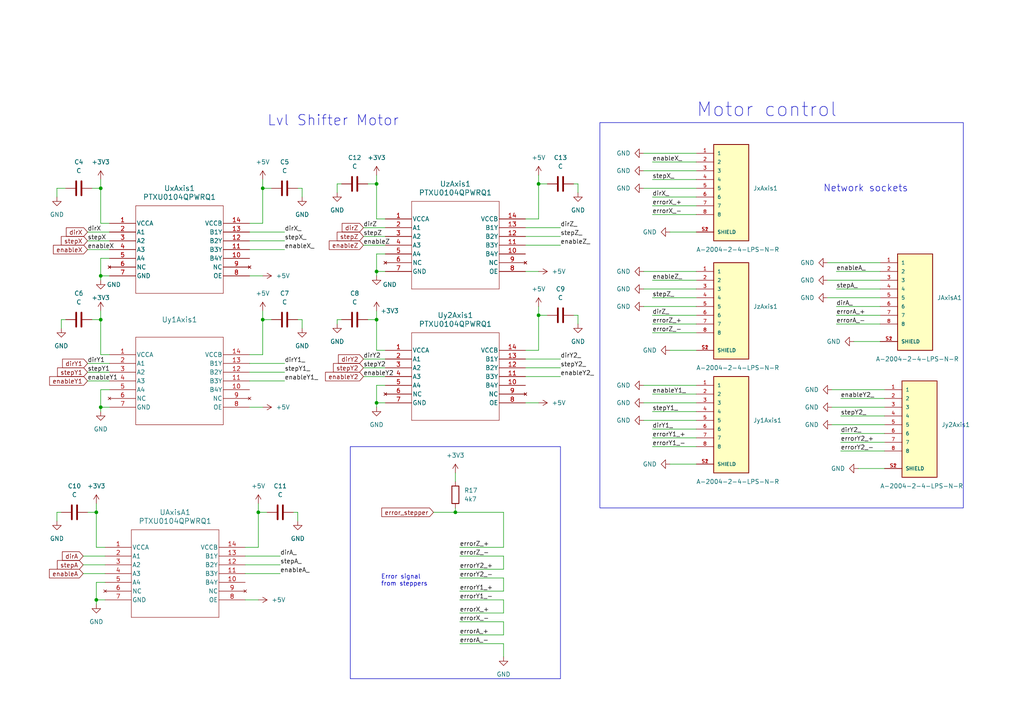
<source format=kicad_sch>
(kicad_sch (version 20230121) (generator eeschema)
  (paper "A4")
  (lib_symbols
    (symbol "2023-10-15_12-21-49:PTXU0104QPWRQ1" (pin_names (offset 0.254))
      (property "Reference" "U" (at 20.32 10.16 0))
      (property "Value" "PTXU0104QPWRQ1" (at 20.32 7.62 0))
      (symbol "PTXU0104QPWRQ1_0_1"
        (polyline (pts (xy 7.62 -20.32) (xy 33.02 -20.32)) (stroke (width 0.127)))
        (polyline (pts (xy 7.62 5.08) (xy 7.62 -20.32)) (stroke (width 0.127)))
        (polyline (pts (xy 33.02 -20.32) (xy 33.02 5.08)) (stroke (width 0.127)))
        (polyline (pts (xy 33.02 5.08) (xy 7.62 5.08)) (stroke (width 0.127)))
        (pin power_in line (at 0 0 0) (length 7.62) (name "VCCA") (number "1"))
        (pin bidirectional line (at 40.64 -10.16 180) (length 7.62) (name "B4Y") (number "10"))
        (pin bidirectional line (at 40.64 -7.62 180) (length 7.62) (name "B3Y") (number "11"))
        (pin bidirectional line (at 40.64 -5.08 180) (length 7.62) (name "B2Y") (number "12"))
        (pin bidirectional line (at 40.64 -2.54 180) (length 7.62) (name "B1Y") (number "13"))
        (pin power_in line (at 40.64 0 180) (length 7.62) (name "VCCB") (number "14"))
        (pin bidirectional line (at 0 -2.54 0) (length 7.62) (name "A1") (number "2"))
        (pin bidirectional line (at 0 -5.08 0) (length 7.62) (name "A2") (number "3"))
        (pin bidirectional line (at 0 -7.62 0) (length 7.62) (name "A3") (number "4"))
        (pin bidirectional line (at 0 -10.16 0) (length 7.62) (name "A4") (number "5"))
        (pin no_connect line (at 0 -12.7 0) (length 7.62) (name "NC") (number "6"))
        (pin power_out line (at 0 -15.24 0) (length 7.62) (name "GND") (number "7"))
        (pin unspecified line (at 40.64 -15.24 180) (length 7.62) (name "OE") (number "8"))
        (pin no_connect line (at 40.64 -12.7 180) (length 7.62) (name "NC") (number "9"))
      )
    )
    (symbol "A-2004-2-4-LPS-N-R:A-2004-2-4-LPS-N-R" (pin_names (offset 1.016))
      (property "Reference" "J" (at -5.08 13.97 0))
      (property "Value" "A-2004-2-4-LPS-N-R" (at -5.08 -16.51 0))
      (symbol "A-2004-2-4-LPS-N-R_0_0"
        (rectangle (start -5.08 -15.24) (end 5.08 12.7) (stroke (width 0.254)) (fill (type background)))
        (pin passive line (at -10.16 10.16 0) (length 5.08) (name "1") (number "1"))
        (pin passive line (at -10.16 7.62 0) (length 5.08) (name "2") (number "2"))
        (pin passive line (at -10.16 5.08 0) (length 5.08) (name "3") (number "3"))
        (pin passive line (at -10.16 2.54 0) (length 5.08) (name "4") (number "4"))
        (pin passive line (at -10.16 0 0) (length 5.08) (name "5") (number "5"))
        (pin passive line (at -10.16 -2.54 0) (length 5.08) (name "6") (number "6"))
        (pin passive line (at -10.16 -5.08 0) (length 5.08) (name "7") (number "7"))
        (pin passive line (at -10.16 -7.62 0) (length 5.08) (name "8") (number "8"))
        (pin passive line (at -10.16 -12.7 0) (length 5.08) (name "SHIELD") (number "S1"))
        (pin passive line (at -10.16 -12.7 0) (length 5.08) (name "SHIELD") (number "S2"))
      )
    )
    (symbol "Device:C" (pin_numbers hide) (pin_names (offset 0.254))
      (property "Reference" "C" (at 0.635 2.54 0))
      (property "Value" "C" (at 0.635 -2.54 0))
      (symbol "C_0_1"
        (polyline (pts (xy -2.032 -0.762) (xy 2.032 -0.762)) (stroke (width 0.508)))
        (polyline (pts (xy -2.032 0.762) (xy 2.032 0.762)) (stroke (width 0.508)))
      )
      (symbol "C_1_1"
        (pin passive line (at 0 3.81 270) (length 2.794) (name "~") (number "1"))
        (pin passive line (at 0 -3.81 90) (length 2.794) (name "~") (number "2"))
      )
    )
    (symbol "Device:R" (pin_numbers hide) (pin_names (offset 0))
      (property "Reference" "R" (at 2.032 0 90))
      (property "Value" "R" (at 0 0 90))
      (symbol "R_0_1"
        (rectangle (start -1.016 -2.54) (end 1.016 2.54) (stroke (width 0.254)))
      )
      (symbol "R_1_1"
        (pin passive line (at 0 3.81 270) (length 1.27) (name "~") (number "1"))
        (pin passive line (at 0 -3.81 90) (length 1.27) (name "~") (number "2"))
      )
    )
    (symbol "power:+3V3" (power) (pin_names (offset 0))
      (property "Value" "+3V3" (at 0 3.556 0))
      (symbol "+3V3_0_1"
        (polyline (pts (xy -0.762 1.27) (xy 0 2.54)))
        (polyline (pts (xy 0 0) (xy 0 2.54)))
        (polyline (pts (xy 0 2.54) (xy 0.762 1.27)))
      )
      (symbol "+3V3_1_1"
        (pin power_in line (at 0 0 90) (length 0) hide (name "+3V3") (number "1"))
      )
    )
    (symbol "power:+5V" (power) (pin_names (offset 0))
      (property "Value" "+5V" (at 0 3.556 0))
      (symbol "+5V_0_1"
        (polyline (pts (xy -0.762 1.27) (xy 0 2.54)))
        (polyline (pts (xy 0 0) (xy 0 2.54)))
        (polyline (pts (xy 0 2.54) (xy 0.762 1.27)))
      )
      (symbol "+5V_1_1"
        (pin power_in line (at 0 0 90) (length 0) hide (name "+5V") (number "1"))
      )
    )
    (symbol "power:GND" (power) (pin_names (offset 0))
      (property "Value" "GND" (at 0 -3.81 0))
      (symbol "GND_0_1"
        (polyline (pts (xy 0 0) (xy 0 -1.27) (xy 1.27 -1.27) (xy 0 -2.54) (xy -1.27 -1.27) (xy 0 -1.27)))
      )
      (symbol "GND_1_1"
        (pin power_in line (at 0 0 270) (length 0) hide (name "GND") (number "1"))
      )
    )
  )
  (junction (at 109.22 92.71))
  (junction (at 29.21 54.61))
  (junction (at 29.21 92.71))
  (junction (at 76.2 92.71))
  (junction (at 27.94 173.99))
  (junction (at 156.21 53.34))
  (junction (at 76.2 54.61))
  (junction (at 109.22 116.84))
  (junction (at 27.94 148.59))
  (junction (at 109.22 53.34))
  (junction (at 156.21 91.44))
  (junction (at 132.08 148.59))
  (junction (at 109.22 78.74))
  (junction (at 29.21 80.01))
  (junction (at 29.21 118.11))
  (junction (at 74.93 148.59))
  (wire (pts (xy 111.76 63.5) (xy 109.22 63.5)))
  (wire (pts (xy 29.21 90.17) (xy 29.21 92.71)))
  (wire (pts (xy 72.39 105.41) (xy 82.55 105.41)))
  (wire (pts (xy 87.63 54.61) (xy 86.36 54.61)))
  (wire (pts (xy 16.51 151.13) (xy 16.51 148.59)))
  (wire (pts (xy 186.69 116.84) (xy 201.93 116.84)))
  (wire (pts (xy 71.12 173.99) (xy 74.93 173.99)))
  (wire (pts (xy 30.48 158.75) (xy 27.94 158.75)))
  (wire (pts (xy 189.23 86.36) (xy 201.93 86.36)))
  (wire (pts (xy 24.13 166.37) (xy 30.48 166.37)))
  (wire (pts (xy 152.4 116.84) (xy 156.21 116.84)))
  (wire (pts (xy 189.23 91.44) (xy 201.93 91.44)))
  (wire (pts (xy 189.23 129.54) (xy 201.93 129.54)))
  (wire (pts (xy 152.4 106.68) (xy 162.56 106.68)))
  (wire (pts (xy 156.21 53.34) (xy 158.75 53.34)))
  (wire (pts (xy 152.4 101.6) (xy 156.21 101.6)))
  (wire (pts (xy 87.63 95.25) (xy 87.63 92.71)))
  (wire (pts (xy 152.4 104.14) (xy 162.56 104.14)))
  (wire (pts (xy 105.41 104.14) (xy 111.76 104.14)))
  (wire (pts (xy 240.03 81.28) (xy 255.27 81.28)))
  (wire (pts (xy 189.23 96.52) (xy 201.93 96.52)))
  (wire (pts (xy 105.41 66.04) (xy 111.76 66.04)))
  (wire (pts (xy 156.21 50.8) (xy 156.21 53.34)))
  (wire (pts (xy 76.2 54.61) (xy 78.74 54.61)))
  (wire (pts (xy 133.35 158.75) (xy 146.05 158.75)))
  (wire (pts (xy 241.3 118.11) (xy 256.54 118.11)))
  (wire (pts (xy 25.4 148.59) (xy 27.94 148.59)))
  (wire (pts (xy 109.22 78.74) (xy 111.76 78.74)))
  (wire (pts (xy 27.94 146.05) (xy 27.94 148.59)))
  (wire (pts (xy 109.22 111.76) (xy 109.22 116.84)))
  (wire (pts (xy 242.57 83.82) (xy 255.27 83.82)))
  (wire (pts (xy 109.22 116.84) (xy 111.76 116.84)))
  (wire (pts (xy 189.23 119.38) (xy 201.93 119.38)))
  (wire (pts (xy 29.21 113.03) (xy 29.21 118.11)))
  (wire (pts (xy 133.35 177.8) (xy 146.05 177.8)))
  (wire (pts (xy 17.78 92.71) (xy 19.05 92.71)))
  (wire (pts (xy 74.93 148.59) (xy 74.93 158.75)))
  (wire (pts (xy 16.51 57.15) (xy 16.51 54.61)))
  (wire (pts (xy 109.22 92.71) (xy 109.22 101.6)))
  (wire (pts (xy 189.23 62.23) (xy 201.93 62.23)))
  (wire (pts (xy 29.21 80.01) (xy 31.75 80.01)))
  (wire (pts (xy 242.57 91.44) (xy 255.27 91.44)))
  (wire (pts (xy 30.48 168.91) (xy 27.94 168.91)))
  (wire (pts (xy 240.03 76.2) (xy 255.27 76.2)))
  (wire (pts (xy 24.13 161.29) (xy 30.48 161.29)))
  (wire (pts (xy 17.78 95.25) (xy 17.78 92.71)))
  (wire (pts (xy 132.08 137.16) (xy 132.08 139.7)))
  (wire (pts (xy 189.23 46.99) (xy 201.93 46.99)))
  (wire (pts (xy 25.4 67.31) (xy 31.75 67.31)))
  (wire (pts (xy 109.22 73.66) (xy 109.22 78.74)))
  (wire (pts (xy 189.23 124.46) (xy 201.93 124.46)))
  (wire (pts (xy 146.05 161.29) (xy 146.05 165.1)))
  (wire (pts (xy 240.03 86.36) (xy 255.27 86.36)))
  (wire (pts (xy 27.94 148.59) (xy 27.94 158.75)))
  (wire (pts (xy 24.13 163.83) (xy 30.48 163.83)))
  (wire (pts (xy 189.23 57.15) (xy 201.93 57.15)))
  (wire (pts (xy 72.39 118.11) (xy 76.2 118.11)))
  (wire (pts (xy 31.75 113.03) (xy 29.21 113.03)))
  (wire (pts (xy 186.69 83.82) (xy 201.93 83.82)))
  (wire (pts (xy 25.4 105.41) (xy 31.75 105.41)))
  (wire (pts (xy 194.31 67.31) (xy 201.93 67.31)))
  (wire (pts (xy 241.3 123.19) (xy 256.54 123.19)))
  (wire (pts (xy 29.21 118.11) (xy 31.75 118.11)))
  (wire (pts (xy 74.93 146.05) (xy 74.93 148.59)))
  (wire (pts (xy 194.31 101.6) (xy 201.93 101.6)))
  (wire (pts (xy 186.69 78.74) (xy 201.93 78.74)))
  (wire (pts (xy 152.4 78.74) (xy 156.21 78.74)))
  (wire (pts (xy 76.2 52.07) (xy 76.2 54.61)))
  (wire (pts (xy 133.35 161.29) (xy 146.05 161.29)))
  (wire (pts (xy 133.35 184.15) (xy 146.05 184.15)))
  (wire (pts (xy 242.57 93.98) (xy 255.27 93.98)))
  (wire (pts (xy 189.23 114.3) (xy 201.93 114.3)))
  (wire (pts (xy 105.41 71.12) (xy 111.76 71.12)))
  (wire (pts (xy 146.05 148.59) (xy 146.05 158.75)))
  (wire (pts (xy 146.05 186.69) (xy 146.05 190.5)))
  (wire (pts (xy 167.64 53.34) (xy 166.37 53.34)))
  (wire (pts (xy 72.39 69.85) (xy 82.55 69.85)))
  (wire (pts (xy 97.79 93.98) (xy 97.79 92.71)))
  (wire (pts (xy 109.22 53.34) (xy 109.22 63.5)))
  (wire (pts (xy 29.21 74.93) (xy 29.21 80.01)))
  (wire (pts (xy 186.69 49.53) (xy 201.93 49.53)))
  (wire (pts (xy 241.3 113.03) (xy 256.54 113.03)))
  (wire (pts (xy 97.79 55.88) (xy 97.79 53.34)))
  (wire (pts (xy 167.64 93.98) (xy 167.64 91.44)))
  (wire (pts (xy 111.76 101.6) (xy 109.22 101.6)))
  (wire (pts (xy 156.21 53.34) (xy 156.21 63.5)))
  (wire (pts (xy 186.69 121.92) (xy 201.93 121.92)))
  (wire (pts (xy 29.21 92.71) (xy 29.21 102.87)))
  (wire (pts (xy 87.63 57.15) (xy 87.63 54.61)))
  (wire (pts (xy 189.23 52.07) (xy 201.93 52.07)))
  (wire (pts (xy 105.41 106.68) (xy 111.76 106.68)))
  (wire (pts (xy 156.21 91.44) (xy 156.21 101.6)))
  (wire (pts (xy 189.23 81.28) (xy 201.93 81.28)))
  (wire (pts (xy 25.4 69.85) (xy 31.75 69.85)))
  (wire (pts (xy 25.4 72.39) (xy 31.75 72.39)))
  (wire (pts (xy 152.4 66.04) (xy 162.56 66.04)))
  (wire (pts (xy 27.94 173.99) (xy 30.48 173.99)))
  (wire (pts (xy 133.35 186.69) (xy 146.05 186.69)))
  (wire (pts (xy 29.21 118.11) (xy 29.21 119.38)))
  (wire (pts (xy 86.36 151.13) (xy 86.36 148.59)))
  (wire (pts (xy 156.21 88.9) (xy 156.21 91.44)))
  (wire (pts (xy 133.35 167.64) (xy 146.05 167.64)))
  (wire (pts (xy 106.68 92.71) (xy 109.22 92.71)))
  (wire (pts (xy 109.22 90.17) (xy 109.22 92.71)))
  (wire (pts (xy 109.22 78.74) (xy 109.22 80.01)))
  (wire (pts (xy 247.65 99.06) (xy 255.27 99.06)))
  (wire (pts (xy 72.39 64.77) (xy 76.2 64.77)))
  (wire (pts (xy 248.92 135.89) (xy 256.54 135.89)))
  (wire (pts (xy 243.84 115.57) (xy 256.54 115.57)))
  (wire (pts (xy 105.41 109.22) (xy 111.76 109.22)))
  (wire (pts (xy 72.39 110.49) (xy 82.55 110.49)))
  (wire (pts (xy 133.35 171.45) (xy 146.05 171.45)))
  (wire (pts (xy 106.68 53.34) (xy 109.22 53.34)))
  (wire (pts (xy 243.84 128.27) (xy 256.54 128.27)))
  (wire (pts (xy 72.39 72.39) (xy 82.55 72.39)))
  (wire (pts (xy 76.2 92.71) (xy 76.2 102.87)))
  (wire (pts (xy 132.08 148.59) (xy 146.05 148.59)))
  (wire (pts (xy 74.93 148.59) (xy 77.47 148.59)))
  (wire (pts (xy 111.76 73.66) (xy 109.22 73.66)))
  (wire (pts (xy 194.31 134.62) (xy 201.93 134.62)))
  (wire (pts (xy 29.21 54.61) (xy 29.21 64.77)))
  (wire (pts (xy 16.51 54.61) (xy 19.05 54.61)))
  (wire (pts (xy 186.69 44.45) (xy 201.93 44.45)))
  (wire (pts (xy 189.23 93.98) (xy 201.93 93.98)))
  (wire (pts (xy 133.35 180.34) (xy 146.05 180.34)))
  (wire (pts (xy 243.84 125.73) (xy 256.54 125.73)))
  (wire (pts (xy 72.39 80.01) (xy 76.2 80.01)))
  (wire (pts (xy 97.79 92.71) (xy 99.06 92.71)))
  (wire (pts (xy 27.94 168.91) (xy 27.94 173.99)))
  (wire (pts (xy 76.2 92.71) (xy 78.74 92.71)))
  (wire (pts (xy 186.69 111.76) (xy 201.93 111.76)))
  (wire (pts (xy 189.23 59.69) (xy 201.93 59.69)))
  (wire (pts (xy 72.39 67.31) (xy 82.55 67.31)))
  (wire (pts (xy 26.67 92.71) (xy 29.21 92.71)))
  (wire (pts (xy 105.41 68.58) (xy 111.76 68.58)))
  (wire (pts (xy 146.05 180.34) (xy 146.05 184.15)))
  (wire (pts (xy 189.23 127) (xy 201.93 127)))
  (wire (pts (xy 86.36 148.59) (xy 85.09 148.59)))
  (wire (pts (xy 156.21 91.44) (xy 158.75 91.44)))
  (wire (pts (xy 72.39 107.95) (xy 82.55 107.95)))
  (wire (pts (xy 31.75 64.77) (xy 29.21 64.77)))
  (wire (pts (xy 109.22 116.84) (xy 109.22 118.11)))
  (wire (pts (xy 29.21 52.07) (xy 29.21 54.61)))
  (wire (pts (xy 111.76 111.76) (xy 109.22 111.76)))
  (wire (pts (xy 152.4 71.12) (xy 162.56 71.12)))
  (wire (pts (xy 16.51 148.59) (xy 17.78 148.59)))
  (wire (pts (xy 242.57 78.74) (xy 255.27 78.74)))
  (wire (pts (xy 133.35 173.99) (xy 146.05 173.99)))
  (wire (pts (xy 133.35 165.1) (xy 146.05 165.1)))
  (wire (pts (xy 87.63 92.71) (xy 86.36 92.71)))
  (wire (pts (xy 146.05 173.99) (xy 146.05 177.8)))
  (wire (pts (xy 76.2 90.17) (xy 76.2 92.71)))
  (wire (pts (xy 152.4 63.5) (xy 156.21 63.5)))
  (wire (pts (xy 71.12 158.75) (xy 74.93 158.75)))
  (wire (pts (xy 125.73 148.59) (xy 132.08 148.59)))
  (wire (pts (xy 71.12 161.29) (xy 81.28 161.29)))
  (wire (pts (xy 31.75 102.87) (xy 29.21 102.87)))
  (wire (pts (xy 242.57 88.9) (xy 255.27 88.9)))
  (wire (pts (xy 152.4 68.58) (xy 162.56 68.58)))
  (wire (pts (xy 29.21 80.01) (xy 29.21 81.28)))
  (wire (pts (xy 243.84 130.81) (xy 256.54 130.81)))
  (wire (pts (xy 26.67 54.61) (xy 29.21 54.61)))
  (wire (pts (xy 167.64 91.44) (xy 166.37 91.44)))
  (wire (pts (xy 25.4 107.95) (xy 31.75 107.95)))
  (wire (pts (xy 71.12 163.83) (xy 81.28 163.83)))
  (wire (pts (xy 109.22 50.8) (xy 109.22 53.34)))
  (wire (pts (xy 97.79 53.34) (xy 99.06 53.34)))
  (wire (pts (xy 243.84 120.65) (xy 256.54 120.65)))
  (wire (pts (xy 31.75 74.93) (xy 29.21 74.93)))
  (wire (pts (xy 72.39 102.87) (xy 76.2 102.87)))
  (wire (pts (xy 146.05 167.64) (xy 146.05 171.45)))
  (wire (pts (xy 25.4 110.49) (xy 31.75 110.49)))
  (wire (pts (xy 186.69 54.61) (xy 201.93 54.61)))
  (wire (pts (xy 71.12 166.37) (xy 81.28 166.37)))
  (wire (pts (xy 186.69 88.9) (xy 201.93 88.9)))
  (wire (pts (xy 132.08 147.32) (xy 132.08 148.59)))
  (wire (pts (xy 167.64 55.88) (xy 167.64 53.34)))
  (wire (pts (xy 76.2 54.61) (xy 76.2 64.77)))
  (wire (pts (xy 27.94 173.99) (xy 27.94 175.26)))
  (wire (pts (xy 152.4 109.22) (xy 162.56 109.22)))
  (rectangle (start 101.6 129.54) (end 162.56 196.85))
  (rectangle (start 173.99 35.56) (end 279.4 147.32))
  (text "Network sockets" (at 238.76 55.88 0) (effects (font (size 2 2)) (justify left bottom)))
  (text "Error signal \nfrom steppers" (at 110.49 170.18 0) (effects (font (size 1.27 1.27)) (justify left bottom)))
  (text "Lvl Shifter Motor" (at 77.47 36.83 0) (effects (font (size 3 3)) (justify left bottom)))
  (text "Motor control" (at 201.93 34.29 0) (effects (font (size 4 4)) (justify left bottom)))
  (label "errorA_-" (at 242.57 93.98 0))
  (label "dirA_" (at 81.28 161.29 0))
  (label "stepY2_" (at 243.84 120.65 0))
  (label "dirX_" (at 189.23 57.15 0))
  (label "errorX_+" (at 189.23 59.69 0))
  (label "stepY1_" (at 189.23 119.38 0))
  (label "enableY1_" (at 82.55 110.49 0))
  (label "errorX_+" (at 133.35 177.8 0))
  (label "errorX_-" (at 189.23 62.23 0))
  (label "errorA_-" (at 133.35 186.69 0))
  (label "enableX_" (at 82.55 72.39 0))
  (label "stepY2" (at 105.41 106.68 0))
  (label "enableA_" (at 81.28 166.37 0))
  (label "errorZ_-" (at 189.23 96.52 0))
  (label "errorY2_+" (at 133.35 165.1 0))
  (label "enableX" (at 25.4 72.39 0))
  (label "enableX_" (at 189.23 46.99 0))
  (label "errorZ_-" (at 133.35 161.29 0))
  (label "errorX_-" (at 133.35 180.34 0))
  (label "enableA_" (at 242.57 78.74 0))
  (label "stepY1" (at 25.4 107.95 0))
  (label "dirY1_" (at 82.55 105.41 0))
  (label "enableZ_" (at 162.56 71.12 0))
  (label "errorZ_+" (at 189.23 93.98 0))
  (label "errorA_+" (at 133.35 184.15 0))
  (label "enableY2" (at 105.41 109.22 0))
  (label "dirY1" (at 25.4 105.41 0))
  (label "enableY2_" (at 162.56 109.22 0))
  (label "errorY2_-" (at 133.35 167.64 0))
  (label "errorZ_+" (at 133.35 158.75 0))
  (label "stepZ" (at 105.41 68.58 0))
  (label "dirX" (at 25.4 67.31 0))
  (label "errorY1_+" (at 133.35 171.45 0))
  (label "enableY1" (at 25.4 110.49 0))
  (label "dirZ_" (at 162.56 66.04 0))
  (label "enableZ" (at 105.41 71.12 0))
  (label "enableY1_" (at 189.23 114.3 0))
  (label "dirZ" (at 105.41 66.04 0))
  (label "dirY1_" (at 189.23 124.46 0))
  (label "dirA_" (at 242.57 88.9 0))
  (label "dirY2_" (at 243.84 125.73 0))
  (label "stepX_" (at 82.55 69.85 0))
  (label "stepA_" (at 81.28 163.83 0))
  (label "stepX" (at 25.4 69.85 0))
  (label "dirY2" (at 105.41 104.14 0))
  (label "errorY1_-" (at 133.35 173.99 0))
  (label "enableY2_" (at 243.84 115.57 0))
  (label "stepZ_" (at 189.23 86.36 0))
  (label "stepY2_" (at 162.56 106.68 0))
  (label "stepY1_" (at 82.55 107.95 0))
  (label "enableZ_" (at 189.23 81.28 0))
  (label "dirZ_" (at 189.23 91.44 0))
  (label "stepX_" (at 189.23 52.07 0))
  (label "stepZ_" (at 162.56 68.58 0))
  (label "errorY1_-" (at 189.23 129.54 0))
  (label "errorY1_+" (at 189.23 127 0))
  (label "dirX_" (at 82.55 67.31 0))
  (label "errorY2_-" (at 243.84 130.81 0))
  (label "stepA_" (at 242.57 83.82 0))
  (label "dirY2_" (at 162.56 104.14 0))
  (label "errorA_+" (at 242.57 91.44 0))
  (label "errorY2_+" (at 243.84 128.27 0))
  (global_label "enableX" (shape input) (at 25.4 72.39 180) (property "Intersheetrefs" "${INTERSHEET_REFS}" (effects hide)))
  (global_label "error_stepper" (shape input) (at 125.73 148.59 180) (property "Intersheetrefs" "${INTERSHEET_REFS}" (effects hide)))
  (global_label "stepZ" (shape input) (at 105.41 68.58 180) (property "Intersheetrefs" "${INTERSHEET_REFS}" (effects hide)))
  (global_label "dirY1" (shape input) (at 25.4 105.41 180) (property "Intersheetrefs" "${INTERSHEET_REFS}" (effects hide)))
  (global_label "stepA" (shape input) (at 24.13 163.83 180) (property "Intersheetrefs" "${INTERSHEET_REFS}" (effects hide)))
  (global_label "dirA" (shape input) (at 24.13 161.29 180) (property "Intersheetrefs" "${INTERSHEET_REFS}" (effects hide)))
  (global_label "stepY1" (shape input) (at 25.4 107.95 180) (property "Intersheetrefs" "${INTERSHEET_REFS}" (effects hide)))
  (global_label "enableA" (shape input) (at 24.13 166.37 180) (property "Intersheetrefs" "${INTERSHEET_REFS}" (effects hide)))
  (global_label "stepY2" (shape input) (at 105.41 106.68 180) (property "Intersheetrefs" "${INTERSHEET_REFS}" (effects hide)))
  (global_label "stepX" (shape input) (at 25.4 69.85 180) (property "Intersheetrefs" "${INTERSHEET_REFS}" (effects hide)))
  (global_label "enableY1" (shape input) (at 25.4 110.49 180) (property "Intersheetrefs" "${INTERSHEET_REFS}" (effects hide)))
  (global_label "dirY2" (shape input) (at 105.41 104.14 180) (property "Intersheetrefs" "${INTERSHEET_REFS}" (effects hide)))
  (global_label "dirX" (shape input) (at 25.4 67.31 180) (property "Intersheetrefs" "${INTERSHEET_REFS}" (effects hide)))
  (global_label "enableY2" (shape input) (at 105.41 109.22 180) (property "Intersheetrefs" "${INTERSHEET_REFS}" (effects hide)))
  (global_label "dirZ" (shape input) (at 105.41 66.04 180) (property "Intersheetrefs" "${INTERSHEET_REFS}" (effects hide)))
  (global_label "enableZ" (shape input) (at 105.41 71.12 180) (property "Intersheetrefs" "${INTERSHEET_REFS}" (effects hide)))
  (symbol (lib_id "power:GND") (at 247.65 99.06 270) (unit 1)
    (property "Reference" "#PWR0136" (effects hide))
    (property "Value" "GND" (at 243.84 99.06 90) (effects (justify right)))
  )
  (symbol (lib_id "power:GND") (at 86.36 151.13 0) (unit 1)
    (property "Reference" "#PWR098" (effects hide))
    (property "Value" "GND" (at 86.36 156.21 0))
  )
  (symbol (lib_id "power:GND") (at 186.69 121.92 270) (unit 1)
    (property "Reference" "#PWR018" (effects hide))
    (property "Value" "GND" (at 182.88 121.92 90) (effects (justify right)))
  )
  (symbol (lib_id "power:+5V") (at 156.21 50.8 0) (unit 1)
    (property "Reference" "#PWR099" (effects hide))
    (property "Value" "+5V" (at 156.21 45.72 0))
  )
  (symbol (lib_id "power:+3V3") (at 27.94 146.05 0) (unit 1)
    (property "Reference" "#PWR096" (effects hide))
    (property "Value" "+3V3" (at 27.94 140.97 0))
  )
  (symbol (lib_id "power:GND") (at 186.69 83.82 270) (unit 1)
    (property "Reference" "#PWR014" (effects hide))
    (property "Value" "GND" (at 182.88 83.82 90) (effects (justify right)))
  )
  (symbol (lib_id "Device:C") (at 102.87 53.34 270) (unit 1)
    (property "Reference" "C12" (at 102.87 45.72 90))
    (property "Value" "C" (at 102.87 48.26 90))
    (property "Footprint" "Capacitor_SMD:C_0603_1608Metric_Pad1.08x0.95mm_HandSolder" (effects hide))
  )
  (symbol (lib_id "power:GND") (at 240.03 76.2 270) (unit 1)
    (property "Reference" "#PWR073" (effects hide))
    (property "Value" "GND" (at 236.22 76.2 90) (effects (justify right)))
  )
  (symbol (lib_id "power:+3V3") (at 29.21 52.07 0) (unit 1)
    (property "Reference" "#PWR023" (effects hide))
    (property "Value" "+3V3" (at 29.21 46.99 0))
  )
  (symbol (lib_id "power:GND") (at 240.03 81.28 270) (unit 1)
    (property "Reference" "#PWR074" (effects hide))
    (property "Value" "GND" (at 236.22 81.28 90) (effects (justify right)))
  )
  (symbol (lib_id "power:GND") (at 29.21 81.28 0) (unit 1)
    (property "Reference" "#PWR022" (effects hide))
    (property "Value" "GND" (at 33.02 82.55 0))
  )
  (symbol (lib_id "power:+3V3") (at 132.08 137.16 0) (unit 1)
    (property "Reference" "#PWR094" (effects hide))
    (property "Value" "+3V3" (at 132.08 132.08 0))
  )
  (symbol (lib_id "power:GND") (at 87.63 95.25 0) (unit 1)
    (property "Reference" "#PWR071" (effects hide))
    (property "Value" "GND" (at 87.63 100.33 0))
  )
  (symbol (lib_id "power:GND") (at 186.69 78.74 270) (unit 1)
    (property "Reference" "#PWR013" (effects hide))
    (property "Value" "GND" (at 182.88 78.74 90) (effects (justify right)))
  )
  (symbol (lib_id "power:+5V") (at 74.93 173.99 270) (unit 1)
    (property "Reference" "#PWR072" (effects hide))
    (property "Value" "+5V" (at 78.74 173.99 90) (effects (justify left)))
  )
  (symbol (lib_id "power:GND") (at 186.69 88.9 270) (unit 1)
    (property "Reference" "#PWR015" (effects hide))
    (property "Value" "GND" (at 182.88 88.9 90) (effects (justify right)))
  )
  (symbol (lib_id "power:GND") (at 109.22 118.11 0) (unit 1)
    (property "Reference" "#PWR035" (effects hide))
    (property "Value" "GND" (at 109.22 123.19 0))
  )
  (symbol (lib_id "power:GND") (at 194.31 134.62 270) (unit 1)
    (property "Reference" "#PWR0134" (effects hide))
    (property "Value" "GND" (at 190.5 134.62 90) (effects (justify right)))
  )
  (symbol (lib_id "power:GND") (at 16.51 57.15 0) (unit 1)
    (property "Reference" "#PWR032" (effects hide))
    (property "Value" "GND" (at 16.51 62.23 0))
  )
  (symbol (lib_id "power:GND") (at 87.63 57.15 0) (unit 1)
    (property "Reference" "#PWR030" (effects hide))
    (property "Value" "GND" (at 87.63 62.23 0))
  )
  (symbol (lib_id "A-2004-2-4-LPS-N-R:A-2004-2-4-LPS-N-R") (at 266.7 123.19 0) (unit 1)
    (property "Reference" "Jy2Axis1" (at 273.05 123.19 0) (effects (justify left)))
    (property "Value" "A-2004-2-4-LPS-N-R" (at 255.27 140.97 0) (effects (justify left)))
    (property "Footprint" "A-2004-2-4-LPS-N-R_kicad:ASSMANN_A-2004-2-4-LPS-N-R" (effects hide))
    (property "MF" "Assmann WSW" (effects hide))
    (property "MAXIMUM_PACKAGE_HEIGHT" "13.4mm" (effects hide))
    (property "Package" "None" (effects hide))
    (property "Price" "None" (effects hide))
    (property "Check_prices" "https://www.snapeda.com/parts/A-2004-2-4-LPS-N-R/Assmann+WSW+Components/view-part/?ref=eda" (effects hide))
    (property "STANDARD" "Manufacturer recommendations" (effects hide))
    (property "PARTREV" "00" (effects hide))
    (property "SnapEDA_Link" "https://www.snapeda.com/parts/A-2004-2-4-LPS-N-R/Assmann+WSW+Components/view-part/?ref=snap" (effects hide))
    (property "MP" "A-2004-2-4-LPS-N-R" (effects hide))
    (property "Purchase-URL" "https://www.snapeda.com/api/url_track_click_mouser/?unipart_id=454861&manufacturer=Assmann WSW&part_name=A-2004-2-4-LPS-N-R&search_term=a-2004-2-4-lps-n-r network" (effects hide))
    (property "Description" "\nJack Modular Connector 8p8c (RJ45, Ethernet) 90° Angle (Right) Shielded -\n" (effects hide))
    (property "Availability" "In Stock" (effects hide))
    (property "MANUFACTURER" "Assmann WSW Components" (effects hide))
  )
  (symbol (lib_id "Device:C") (at 162.56 53.34 90) (unit 1)
    (property "Reference" "C13" (at 162.56 45.72 90))
    (property "Value" "C" (at 162.56 48.26 90))
    (property "Footprint" "Capacitor_SMD:C_0603_1608Metric_Pad1.08x0.95mm_HandSolder" (effects hide))
  )
  (symbol (lib_id "power:GND") (at 241.3 123.19 270) (unit 1)
    (property "Reference" "#PWR021" (effects hide))
    (property "Value" "GND" (at 237.49 123.19 90) (effects (justify right)))
  )
  (symbol (lib_id "2023-10-15_12-21-49:PTXU0104QPWRQ1") (at 31.75 102.87 0) (unit 1)
    (property "Reference" "Uy1Axis1" (at 52.07 92.71 0) (effects (font (size 1.524 1.524))))
    (property "Value" "PTXU0104QPWRQ1" (effects hide))
    (property "Footprint" "footprints:TSSOP_QPWRQ1_TEX" (effects hide))
    (property "Datasheet" "PTXU0104QPWRQ1" (effects hide))
  )
  (symbol (lib_id "power:GND") (at 240.03 86.36 270) (unit 1)
    (property "Reference" "#PWR075" (effects hide))
    (property "Value" "GND" (at 236.22 86.36 90) (effects (justify right)))
  )
  (symbol (lib_id "power:+5V") (at 156.21 116.84 270) (unit 1)
    (property "Reference" "#PWR037" (effects hide))
    (property "Value" "+5V" (at 160.02 116.84 90) (effects (justify left)))
  )
  (symbol (lib_id "power:GND") (at 109.22 80.01 0) (unit 1)
    (property "Reference" "#PWR027" (effects hide))
    (property "Value" "GND" (at 113.03 82.55 0))
  )
  (symbol (lib_id "2023-10-15_12-21-49:PTXU0104QPWRQ1") (at 30.48 158.75 0) (unit 1)
    (property "Reference" "UAxisA1" (at 50.8 148.59 0) (effects (font (size 1.524 1.524))))
    (property "Value" "PTXU0104QPWRQ1" (at 50.8 151.13 0) (effects (font (size 1.524 1.524))))
    (property "Footprint" "footprints:TSSOP_QPWRQ1_TEX" (effects hide))
    (property "Datasheet" "PTXU0104QPWRQ1" (effects hide))
  )
  (symbol (lib_id "power:GND") (at 17.78 95.25 0) (unit 1)
    (property "Reference" "#PWR034" (effects hide))
    (property "Value" "GND" (at 17.78 100.33 0))
  )
  (symbol (lib_id "power:+5V") (at 76.2 52.07 0) (unit 1)
    (property "Reference" "#PWR024" (effects hide))
    (property "Value" "+5V" (at 76.2 46.99 0))
  )
  (symbol (lib_id "power:GND") (at 27.94 175.26 0) (unit 1)
    (property "Reference" "#PWR070" (effects hide))
    (property "Value" "GND" (at 27.94 180.34 0))
  )
  (symbol (lib_id "2023-10-15_12-21-49:PTXU0104QPWRQ1") (at 111.76 101.6 0) (unit 1)
    (property "Reference" "Uy2Axis1" (at 132.08 91.44 0) (effects (font (size 1.524 1.524))))
    (property "Value" "PTXU0104QPWRQ1" (at 132.08 93.98 0) (effects (font (size 1.524 1.524))))
    (property "Footprint" "footprints:TSSOP_QPWRQ1_TEX" (effects hide))
    (property "Datasheet" "PTXU0104QPWRQ1" (effects hide))
  )
  (symbol (lib_id "power:GND") (at 29.21 119.38 0) (unit 1)
    (property "Reference" "#PWR031" (effects hide))
    (property "Value" "GND" (at 29.21 124.46 0))
  )
  (symbol (lib_id "power:+3V3") (at 109.22 50.8 0) (unit 1)
    (property "Reference" "#PWR028" (effects hide))
    (property "Value" "+3V3" (at 109.22 45.72 0))
  )
  (symbol (lib_id "Device:C") (at 82.55 92.71 90) (unit 1)
    (property "Reference" "C7" (at 82.55 85.09 90))
    (property "Value" "C" (at 82.55 87.63 90))
    (property "Footprint" "Capacitor_SMD:C_0603_1608Metric_Pad1.08x0.95mm_HandSolder" (effects hide))
  )
  (symbol (lib_id "Device:C") (at 81.28 148.59 90) (unit 1)
    (property "Reference" "C11" (at 81.28 140.97 90))
    (property "Value" "C" (at 81.28 143.51 90))
    (property "Footprint" "Capacitor_SMD:C_0603_1608Metric_Pad1.08x0.95mm_HandSolder" (effects hide))
  )
  (symbol (lib_id "power:GND") (at 186.69 116.84 270) (unit 1)
    (property "Reference" "#PWR017" (effects hide))
    (property "Value" "GND" (at 182.88 116.84 90) (effects (justify right)))
  )
  (symbol (lib_id "Device:C") (at 102.87 92.71 270) (unit 1)
    (property "Reference" "C8" (at 102.87 85.09 90))
    (property "Value" "C" (at 102.87 87.63 90))
    (property "Footprint" "Capacitor_SMD:C_0603_1608Metric_Pad1.08x0.95mm_HandSolder" (effects hide))
  )
  (symbol (lib_id "power:+5V") (at 156.21 78.74 270) (unit 1)
    (property "Reference" "#PWR029" (effects hide))
    (property "Value" "+5V" (at 160.02 78.74 90) (effects (justify left)))
  )
  (symbol (lib_id "Device:R") (at 132.08 143.51 0) (unit 1)
    (property "Reference" "R17" (at 134.62 142.24 0) (effects (justify left)))
    (property "Value" "4k7" (at 134.62 144.78 0) (effects (justify left)))
    (property "Footprint" "Resistor_SMD:R_0603_1608Metric_Pad0.98x0.95mm_HandSolder" (effects hide))
  )
  (symbol (lib_id "power:+5V") (at 74.93 146.05 0) (unit 1)
    (property "Reference" "#PWR097" (effects hide))
    (property "Value" "+5V" (at 74.93 140.97 0))
  )
  (symbol (lib_id "2023-10-15_12-21-49:PTXU0104QPWRQ1") (at 31.75 64.77 0) (unit 1)
    (property "Reference" "UxAxis1" (at 52.07 54.61 0) (effects (font (size 1.524 1.524))))
    (property "Value" "PTXU0104QPWRQ1" (at 52.07 57.15 0) (effects (font (size 1.524 1.524))))
    (property "Footprint" "footprints:TSSOP_QPWRQ1_TEX" (effects hide))
    (property "Datasheet" "PTXU0104QPWRQ1" (effects hide))
  )
  (symbol (lib_id "power:+5V") (at 76.2 90.17 0) (unit 1)
    (property "Reference" "#PWR069" (effects hide))
    (property "Value" "+5V" (at 76.2 85.09 0))
  )
  (symbol (lib_id "A-2004-2-4-LPS-N-R:A-2004-2-4-LPS-N-R") (at 212.09 121.92 0) (unit 1)
    (property "Reference" "Jy1Axis1" (at 218.44 121.92 0) (effects (justify left)))
    (property "Value" "A-2004-2-4-LPS-N-R" (at 201.93 139.7 0) (effects (justify left)))
    (property "Footprint" "A-2004-2-4-LPS-N-R_kicad:ASSMANN_A-2004-2-4-LPS-N-R" (effects hide))
    (property "MF" "Assmann WSW" (effects hide))
    (property "MAXIMUM_PACKAGE_HEIGHT" "13.4mm" (effects hide))
    (property "Package" "None" (effects hide))
    (property "Price" "None" (effects hide))
    (property "Check_prices" "https://www.snapeda.com/parts/A-2004-2-4-LPS-N-R/Assmann+WSW+Components/view-part/?ref=eda" (effects hide))
    (property "STANDARD" "Manufacturer recommendations" (effects hide))
    (property "PARTREV" "00" (effects hide))
    (property "SnapEDA_Link" "https://www.snapeda.com/parts/A-2004-2-4-LPS-N-R/Assmann+WSW+Components/view-part/?ref=snap" (effects hide))
    (property "MP" "A-2004-2-4-LPS-N-R" (effects hide))
    (property "Purchase-URL" "https://www.snapeda.com/api/url_track_click_mouser/?unipart_id=454861&manufacturer=Assmann WSW&part_name=A-2004-2-4-LPS-N-R&search_term=a-2004-2-4-lps-n-r network" (effects hide))
    (property "Description" "\nJack Modular Connector 8p8c (RJ45, Ethernet) 90° Angle (Right) Shielded -\n" (effects hide))
    (property "Availability" "In Stock" (effects hide))
    (property "MANUFACTURER" "Assmann WSW Components" (effects hide))
  )
  (symbol (lib_id "power:GND") (at 186.69 111.76 270) (unit 1)
    (property "Reference" "#PWR016" (effects hide))
    (property "Value" "GND" (at 182.88 111.76 90) (effects (justify right)))
  )
  (symbol (lib_id "power:GND") (at 241.3 118.11 270) (unit 1)
    (property "Reference" "#PWR020" (effects hide))
    (property "Value" "GND" (at 237.49 118.11 90) (effects (justify right)))
  )
  (symbol (lib_id "power:GND") (at 194.31 67.31 270) (unit 1)
    (property "Reference" "#PWR0132" (effects hide))
    (property "Value" "GND" (at 190.5 67.31 90) (effects (justify right)))
  )
  (symbol (lib_id "power:GND") (at 97.79 55.88 0) (unit 1)
    (property "Reference" "#PWR026" (effects hide))
    (property "Value" "GND" (at 97.79 60.96 0))
  )
  (symbol (lib_id "power:GND") (at 186.69 54.61 270) (unit 1)
    (property "Reference" "#PWR011" (effects hide))
    (property "Value" "GND" (at 182.88 54.61 90) (effects (justify right)))
  )
  (symbol (lib_id "A-2004-2-4-LPS-N-R:A-2004-2-4-LPS-N-R") (at 212.09 88.9 0) (unit 1)
    (property "Reference" "JzAxis1" (at 218.44 88.9 0) (effects (justify left)))
    (property "Value" "A-2004-2-4-LPS-N-R" (at 201.93 106.68 0) (effects (justify left)))
    (property "Footprint" "A-2004-2-4-LPS-N-R_kicad:ASSMANN_A-2004-2-4-LPS-N-R" (effects hide))
    (property "MF" "Assmann WSW" (effects hide))
    (property "MAXIMUM_PACKAGE_HEIGHT" "13.4mm" (effects hide))
    (property "Package" "None" (effects hide))
    (property "Price" "None" (effects hide))
    (property "Check_prices" "https://www.snapeda.com/parts/A-2004-2-4-LPS-N-R/Assmann+WSW+Components/view-part/?ref=eda" (effects hide))
    (property "STANDARD" "Manufacturer recommendations" (effects hide))
    (property "PARTREV" "00" (effects hide))
    (property "SnapEDA_Link" "https://www.snapeda.com/parts/A-2004-2-4-LPS-N-R/Assmann+WSW+Components/view-part/?ref=snap" (effects hide))
    (property "MP" "A-2004-2-4-LPS-N-R" (effects hide))
    (property "Purchase-URL" "https://www.snapeda.com/api/url_track_click_mouser/?unipart_id=454861&manufacturer=Assmann WSW&part_name=A-2004-2-4-LPS-N-R&search_term=a-2004-2-4-lps-n-r network" (effects hide))
    (property "Description" "\nJack Modular Connector 8p8c (RJ45, Ethernet) 90° Angle (Right) Shielded -\n" (effects hide))
    (property "Availability" "In Stock" (effects hide))
    (property "MANUFACTURER" "Assmann WSW Components" (effects hide))
  )
  (symbol (lib_id "Device:C") (at 21.59 148.59 270) (unit 1)
    (property "Reference" "C10" (at 21.59 140.97 90))
    (property "Value" "C" (at 21.59 143.51 90))
    (property "Footprint" "Capacitor_SMD:C_0603_1608Metric_Pad1.08x0.95mm_HandSolder" (effects hide))
  )
  (symbol (lib_id "Device:C") (at 82.55 54.61 90) (unit 1)
    (property "Reference" "C5" (at 82.55 46.99 90))
    (property "Value" "C" (at 82.55 49.53 90))
    (property "Footprint" "Capacitor_SMD:C_0603_1608Metric_Pad1.08x0.95mm_HandSolder" (effects hide))
  )
  (symbol (lib_id "power:GND") (at 248.92 135.89 270) (unit 1)
    (property "Reference" "#PWR0135" (effects hide))
    (property "Value" "GND" (at 245.11 135.89 90) (effects (justify right)))
  )
  (symbol (lib_id "Device:C") (at 22.86 92.71 270) (unit 1)
    (property "Reference" "C6" (at 22.86 85.09 90))
    (property "Value" "C" (at 22.86 87.63 90))
    (property "Footprint" "Capacitor_SMD:C_0603_1608Metric_Pad1.08x0.95mm_HandSolder" (effects hide))
  )
  (symbol (lib_id "power:GND") (at 146.05 190.5 0) (unit 1)
    (property "Reference" "#PWR089" (effects hide))
    (property "Value" "GND" (at 146.05 195.58 0))
  )
  (symbol (lib_id "Device:C") (at 22.86 54.61 270) (unit 1)
    (property "Reference" "C4" (at 22.86 46.99 90))
    (property "Value" "C" (at 22.86 49.53 90))
    (property "Footprint" "Capacitor_SMD:C_0603_1608Metric_Pad1.08x0.95mm_HandSolder" (effects hide))
  )
  (symbol (lib_id "power:+3V3") (at 29.21 90.17 0) (unit 1)
    (property "Reference" "#PWR036" (effects hide))
    (property "Value" "+3V3" (at 29.21 86.36 0))
  )
  (symbol (lib_id "power:GND") (at 167.64 93.98 0) (unit 1)
    (property "Reference" "#PWR093" (effects hide))
    (property "Value" "GND" (at 167.64 99.06 0))
  )
  (symbol (lib_id "power:+5V") (at 76.2 118.11 270) (unit 1)
    (property "Reference" "#PWR033" (effects hide))
    (property "Value" "+5V" (at 80.01 118.11 90) (effects (justify left)))
  )
  (symbol (lib_id "power:+3V3") (at 109.22 90.17 0) (unit 1)
    (property "Reference" "#PWR091" (effects hide))
    (property "Value" "+3V3" (at 113.03 90.17 0))
  )
  (symbol (lib_id "power:GND") (at 186.69 49.53 270) (unit 1)
    (property "Reference" "#PWR010" (effects hide))
    (property "Value" "GND" (at 182.88 49.53 90) (effects (justify right)))
  )
  (symbol (lib_id "power:+5V") (at 156.21 88.9 0) (unit 1)
    (property "Reference" "#PWR092" (effects hide))
    (property "Value" "+5V" (at 156.21 83.82 0))
  )
  (symbol (lib_id "A-2004-2-4-LPS-N-R:A-2004-2-4-LPS-N-R") (at 212.09 54.61 0) (unit 1)
    (property "Reference" "JxAxis1" (at 218.44 54.61 0) (effects (justify left)))
    (property "Value" "A-2004-2-4-LPS-N-R" (at 201.93 72.39 0) (effects (justify left)))
    (property "Footprint" "A-2004-2-4-LPS-N-R_kicad:ASSMANN_A-2004-2-4-LPS-N-R" (effects hide))
    (property "MF" "Assmann WSW" (effects hide))
    (property "MAXIMUM_PACKAGE_HEIGHT" "13.4mm" (effects hide))
    (property "Package" "None" (effects hide))
    (property "Price" "None" (effects hide))
    (property "Check_prices" "https://www.snapeda.com/parts/A-2004-2-4-LPS-N-R/Assmann+WSW+Components/view-part/?ref=eda" (effects hide))
    (property "STANDARD" "Manufacturer recommendations" (effects hide))
    (property "PARTREV" "00" (effects hide))
    (property "SnapEDA_Link" "https://www.snapeda.com/parts/A-2004-2-4-LPS-N-R/Assmann+WSW+Components/view-part/?ref=snap" (effects hide))
    (property "MP" "A-2004-2-4-LPS-N-R" (effects hide))
    (property "Purchase-URL" "https://www.snapeda.com/api/url_track_click_mouser/?unipart_id=454861&manufacturer=Assmann WSW&part_name=A-2004-2-4-LPS-N-R&search_term=a-2004-2-4-lps-n-r network" (effects hide))
    (property "Description" "\nJack Modular Connector 8p8c (RJ45, Ethernet) 90° Angle (Right) Shielded -\n" (effects hide))
    (property "Availability" "In Stock" (effects hide))
    (property "MANUFACTURER" "Assmann WSW Components" (effects hide))
  )
  (symbol (lib_id "2023-10-15_12-21-49:PTXU0104QPWRQ1") (at 111.76 63.5 0) (unit 1)
    (property "Reference" "UzAxis1" (at 132.08 53.34 0) (effects (font (size 1.524 1.524))))
    (property "Value" "PTXU0104QPWRQ1" (at 132.08 55.88 0) (effects (font (size 1.524 1.524))))
    (property "Footprint" "footprints:TSSOP_QPWRQ1_TEX" (effects hide))
    (property "Datasheet" "PTXU0104QPWRQ1" (effects hide))
  )
  (symbol (lib_id "power:+5V") (at 76.2 80.01 270) (unit 1)
    (property "Reference" "#PWR025" (effects hide))
    (property "Value" "+5V" (at 80.01 80.01 90) (effects (justify left)))
  )
  (symbol (lib_id "power:GND") (at 241.3 113.03 270) (unit 1)
    (property "Reference" "#PWR019" (effects hide))
    (property "Value" "GND" (at 237.49 113.03 90) (effects (justify right)))
  )
  (symbol (lib_id "power:GND") (at 194.31 101.6 270) (unit 1)
    (property "Reference" "#PWR0133" (effects hide))
    (property "Value" "GND" (at 190.5 101.6 90) (effects (justify right)))
  )
  (symbol (lib_id "power:GND") (at 167.64 55.88 0) (unit 1)
    (property "Reference" "#PWR0100" (effects hide))
    (property "Value" "GND" (at 167.64 60.96 0))
  )
  (symbol (lib_id "A-2004-2-4-LPS-N-R:A-2004-2-4-LPS-N-R") (at 265.43 86.36 0) (unit 1)
    (property "Reference" "JAxisA1" (at 271.78 86.36 0) (effects (justify left)))
    (property "Value" "A-2004-2-4-LPS-N-R" (at 254 104.14 0) (effects (justify left)))
    (property "Footprint" "A-2004-2-4-LPS-N-R_kicad:ASSMANN_A-2004-2-4-LPS-N-R" (effects hide))
    (property "MF" "Assmann WSW" (effects hide))
    (property "MAXIMUM_PACKAGE_HEIGHT" "13.4mm" (effects hide))
    (property "Package" "None" (effects hide))
    (property "Price" "None" (effects hide))
    (property "Check_prices" "https://www.snapeda.com/parts/A-2004-2-4-LPS-N-R/Assmann+WSW+Components/view-part/?ref=eda" (effects hide))
    (property "STANDARD" "Manufacturer recommendations" (effects hide))
    (property "PARTREV" "00" (effects hide))
    (property "SnapEDA_Link" "https://www.snapeda.com/parts/A-2004-2-4-LPS-N-R/Assmann+WSW+Components/view-part/?ref=snap" (effects hide))
    (property "MP" "A-2004-2-4-LPS-N-R" (effects hide))
    (property "Purchase-URL" "https://www.snapeda.com/api/url_track_click_mouser/?unipart_id=454861&manufacturer=Assmann WSW&part_name=A-2004-2-4-LPS-N-R&search_term=a-2004-2-4-lps-n-r network" (effects hide))
    (property "Description" "\nJack Modular Connector 8p8c (RJ45, Ethernet) 90° Angle (Right) Shielded -\n" (effects hide))
    (property "Availability" "In Stock" (effects hide))
    (property "MANUFACTURER" "Assmann WSW Components" (effects hide))
  )
  (symbol (lib_id "power:GND") (at 97.79 93.98 0) (unit 1)
    (property "Reference" "#PWR090" (effects hide))
    (property "Value" "GND" (at 97.79 99.06 0))
  )
  (symbol (lib_id "power:GND") (at 16.51 151.13 0) (unit 1)
    (property "Reference" "#PWR095" (effects hide))
    (property "Value" "GND" (at 16.51 156.21 0))
  )
  (symbol (lib_id "power:GND") (at 186.69 44.45 270) (unit 1)
    (property "Reference" "#PWR09" (effects hide))
    (property "Value" "GND" (at 182.88 44.45 90) (effects (justify right)))
  )
  (symbol (lib_id "Device:C") (at 162.56 91.44 90) (unit 1)
    (property "Reference" "C9" (at 162.56 83.82 90))
    (property "Value" "C" (at 162.56 86.36 90))
    (property "Footprint" "Capacitor_SMD:C_0603_1608Metric_Pad1.08x0.95mm_HandSolder" (effects hide))
  )
  (sheet (at 389.89 10.16) (size 68.58 35.56) (stroke (width 0.1524))
    (property "Sheetname" "Stm32" (at 389.89 9.4484 0) (effects (justify left bottom)))
    (property "Sheetfile" "untitled.kicad_sch" (at 389.89 46.3046 0) (effects (justify left top)))
  )
  (sheet (at 387.35 127) (size 64.77 36.83) (stroke (width 0.1524))
    (property "Sheetname" "PWM" (at 387.35 126.2884 0) (effects (justify left bottom)))
    (property "Sheetfile" "pwm_motor_control.kicad_sch" (at 387.35 164.4146 0) (effects (justify left top)))
  )
  (sheet (at 391.16 181.61) (size 59.69 25.4) (stroke (width 0.1524))
    (property "Sheetname" "power" (at 391.16 180.8984 0) (effects (justify left bottom)))
    (property "Sheetfile" "power.kicad_sch" (at 391.16 207.5946 0) (effects (justify left top)))
  )
  (sheet (at 387.35 66.04) (size 69.85 31.75) (stroke (width 0.1524))
    (property "Sheetname" "LimitSwitches" (at 387.35 65.3284 0) (effects (justify left bottom)))
    (property "Sheetfile" "limit_switch.kicad_sch" (at 387.35 98.3746 0) (effects (justify left top)))
  )
)
</source>
